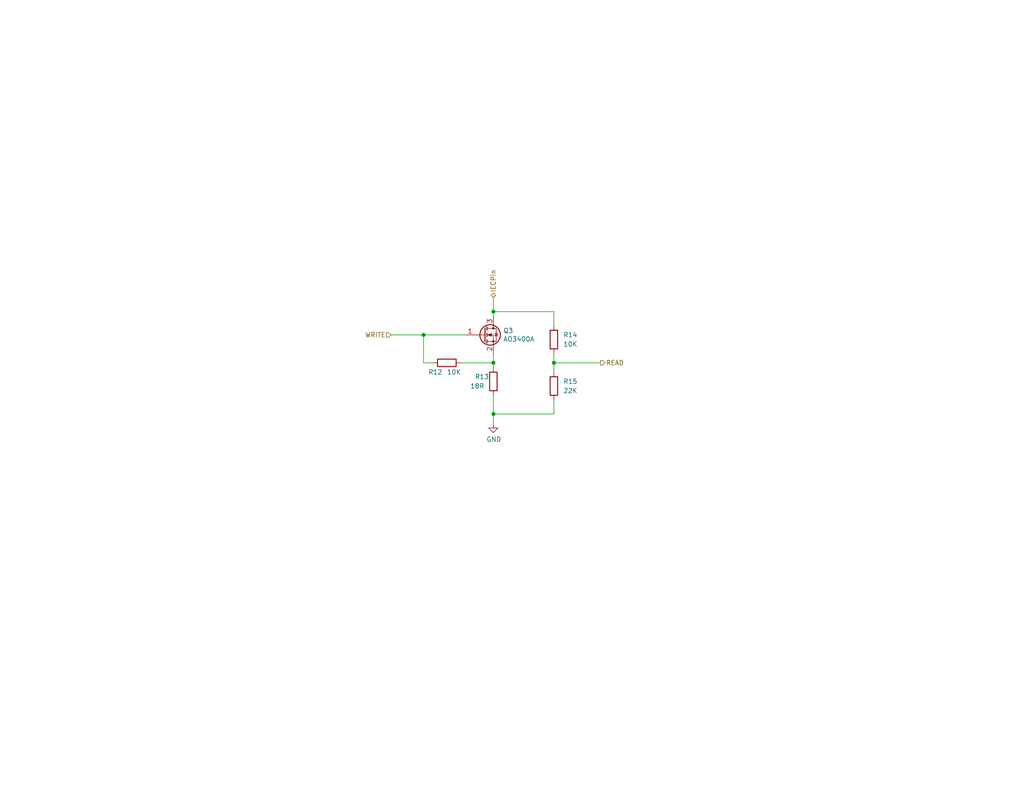
<source format=kicad_sch>
(kicad_sch (version 20211123) (generator eeschema)
  (paper "USLetter")
  (title_block (title "IEC Pin") (date "2021-07-01") (rev "A"))
  (lib_symbols
    (symbol "Device:R" (pin_numbers hide) (pin_names (offset 0))
      (property "Reference" "R" (at 2.032 0 90))
      (property "Value" "R" (at 0 0 90))
      (symbol "R_0_1"
        (rectangle (start -1.016 -2.54) (end 1.016 2.54) (stroke (width 0.254)))
      )
      (symbol "R_1_1"
        (pin passive line (at 0 3.81 270) (length 1.27) (name "~") (number "1"))
        (pin passive line (at 0 -3.81 90) (length 1.27) (name "~") (number "2"))
      )
    )
    (symbol "Transistor_FET:AO3400A" (pin_names hide)
      (property "Reference" "Q" (at 5.08 1.905 0))
      (property "Value" "AO3400A" (at 5.08 0 0))
      (symbol "AO3400A_0_1"
        (polyline (pts (xy 0.254 0) (xy -2.54 0)))
        (polyline (pts (xy 0.254 1.905) (xy 0.254 -1.905)) (stroke (width 0.254)))
        (polyline (pts (xy 0.762 -1.27) (xy 0.762 -2.286)) (stroke (width 0.254)))
        (polyline (pts (xy 0.762 0.508) (xy 0.762 -0.508)) (stroke (width 0.254)))
        (polyline (pts (xy 0.762 2.286) (xy 0.762 1.27)) (stroke (width 0.254)))
        (polyline (pts (xy 2.54 2.54) (xy 2.54 1.778)))
        (polyline (pts (xy 2.54 -2.54) (xy 2.54 0) (xy 0.762 0)))
        (polyline (pts (xy 0.762 -1.778) (xy 3.302 -1.778) (xy 3.302 1.778) (xy 0.762 1.778)))
        (polyline (pts (xy 1.016 0) (xy 2.032 0.381) (xy 2.032 -0.381) (xy 1.016 0)) (fill (type outline)))
        (polyline (pts (xy 2.794 0.508) (xy 2.921 0.381) (xy 3.683 0.381) (xy 3.81 0.254)))
        (polyline (pts (xy 3.302 0.381) (xy 2.921 -0.254) (xy 3.683 -0.254) (xy 3.302 0.381)))
        (circle (center 1.651 0) (radius 2.794) (stroke (width 0.254)))
        (circle (center 2.54 -1.778) (radius 0.254) (fill (type outline)))
        (circle (center 2.54 1.778) (radius 0.254) (fill (type outline)))
      )
      (symbol "AO3400A_1_1"
        (pin input line (at -5.08 0 0) (length 2.54) (name "G") (number "1"))
        (pin passive line (at 2.54 -5.08 90) (length 2.54) (name "S") (number "2"))
        (pin passive line (at 2.54 5.08 270) (length 2.54) (name "D") (number "3"))
      )
    )
    (symbol "power:GND" (power) (pin_names (offset 0))
      (property "Value" "GND" (at 0 -3.81 0))
      (symbol "GND_0_1"
        (polyline (pts (xy 0 0) (xy 0 -1.27) (xy 1.27 -1.27) (xy 0 -2.54) (xy -1.27 -1.27) (xy 0 -1.27)))
      )
      (symbol "GND_1_1"
        (pin power_in line (at 0 0 270) (length 0) hide (name "GND") (number "1"))
      )
    )
  )
  (junction (at 134.62 85.09))
  (junction (at 151.13 99.06))
  (junction (at 134.62 113.03))
  (junction (at 115.57 91.44))
  (junction (at 134.62 99.06))
  (wire (pts (xy 151.13 113.03) (xy 134.62 113.03)))
  (wire (pts (xy 118.11 99.06) (xy 115.57 99.06)))
  (wire (pts (xy 134.62 85.09) (xy 134.62 81.28)))
  (wire (pts (xy 151.13 96.52) (xy 151.13 99.06)))
  (wire (pts (xy 134.62 86.36) (xy 134.62 85.09)))
  (wire (pts (xy 134.62 113.03) (xy 134.62 115.57)))
  (wire (pts (xy 151.13 85.09) (xy 134.62 85.09)))
  (wire (pts (xy 134.62 100.33) (xy 134.62 99.06)))
  (wire (pts (xy 151.13 99.06) (xy 151.13 101.6)))
  (wire (pts (xy 125.73 99.06) (xy 134.62 99.06)))
  (wire (pts (xy 106.68 91.44) (xy 115.57 91.44)))
  (wire (pts (xy 134.62 107.95) (xy 134.62 113.03)))
  (wire (pts (xy 134.62 99.06) (xy 134.62 96.52)))
  (wire (pts (xy 115.57 91.44) (xy 127 91.44)))
  (wire (pts (xy 115.57 99.06) (xy 115.57 91.44)))
  (wire (pts (xy 151.13 88.9) (xy 151.13 85.09)))
  (wire (pts (xy 151.13 109.22) (xy 151.13 113.03)))
  (wire (pts (xy 163.83 99.06) (xy 151.13 99.06)))
  (hierarchical_label "IECPin" (shape bidirectional) (at 134.62 81.28 90))
  (hierarchical_label "WRITE" (shape input) (at 106.68 91.44 180))
  (hierarchical_label "READ" (shape output) (at 163.83 99.06 0))
  (symbol (lib_id "Device:R") (at 151.13 92.71 0) (unit 1)
    (property "Reference" "R14" (at 153.67 91.44 0) (effects (justify left)))
    (property "Value" "10K" (at 153.67 93.98 0) (effects (justify left)))
    (property "Footprint" "Resistor_SMD:R_0805_2012Metric_Pad1.20x1.40mm_HandSolder" (effects hide))
  )
  (symbol (lib_id "Device:R") (at 134.62 104.14 0) (unit 1)
    (property "Reference" "R13" (at 129.54 102.87 0) (effects (justify left)))
    (property "Value" "18R" (at 128.27 105.41 0) (effects (justify left)))
    (property "Footprint" "Resistor_SMD:R_0805_2012Metric_Pad1.20x1.40mm_HandSolder" (effects hide))
  )
  (symbol (lib_id "Device:R") (at 151.13 105.41 0) (unit 1)
    (property "Reference" "R15" (at 153.67 104.14 0) (effects (justify left)))
    (property "Value" "22K" (at 153.67 106.68 0) (effects (justify left)))
    (property "Footprint" "Resistor_SMD:R_0805_2012Metric_Pad1.20x1.40mm_HandSolder" (effects hide))
  )
  (symbol (lib_id "power:GND") (at 134.62 115.57 0) (unit 1)
    (property "Reference" "#PWR06" (effects hide))
    (property "Value" "GND" (at 134.747 119.9642 0))
  )
  (symbol (lib_id "Device:R") (at 121.92 99.06 270) (unit 1)
    (property "Reference" "R12" (at 116.84 101.6 90) (effects (justify left)))
    (property "Value" "10K" (at 121.92 101.6 90) (effects (justify left)))
    (property "Footprint" "Resistor_SMD:R_0805_2012Metric_Pad1.20x1.40mm_HandSolder" (effects hide))
  )
  (symbol (lib_id "Transistor_FET:AO3400A") (at 132.08 91.44 0) (unit 1)
    (property "Reference" "Q3" (at 137.287 90.2716 0) (effects (justify left)))
    (property "Value" "AO3400A" (at 137.287 92.583 0) (effects (justify left)))
    (property "Footprint" "Package_TO_SOT_SMD:SOT-23" (effects hide))
    (property "Datasheet" "http://www.aosmd.com/pdfs/datasheet/AO3400A.pdf" (effects hide))
  )
)
</source>
